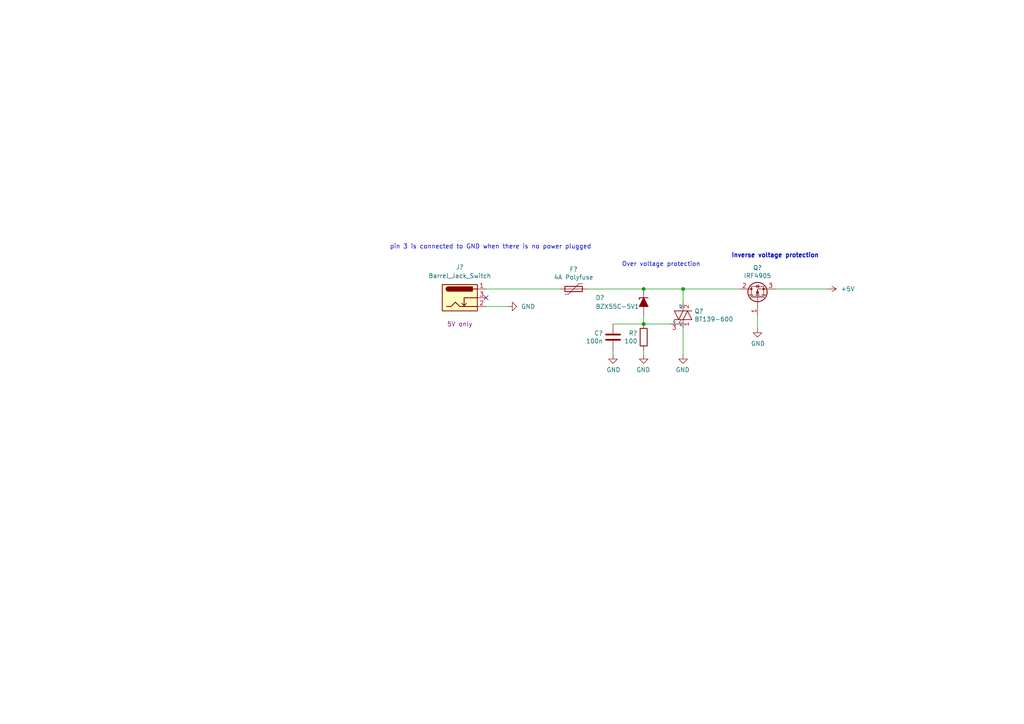
<source format=kicad_sch>
(kicad_sch (version 20231120) (generator "eeschema") (generator_version "8.0")
  (paper "A4")
  (lib_symbols
    (symbol "Connector:Barrel_Jack_Switch" (pin_names hide)
      (property "Reference" "J" (at 0 5.334 0))
      (property "Value" "Barrel_Jack_Switch" (at 0 -5.08 0))
      (symbol "Barrel_Jack_Switch_0_1"
        (rectangle (start -5.08 3.81) (end 5.08 -3.81) (stroke (width 0.254)) (fill (type background)))
        (arc (start -3.302 3.175) (mid -3.9342 2.54) (end -3.302 1.905) (stroke (width 0.254)))
        (arc (start -3.302 3.175) (mid -3.9342 2.54) (end -3.302 1.905) (stroke (width 0.254)) (fill (type outline)))
        (polyline (pts (xy 1.27 -2.286) (xy 1.905 -1.651)) (stroke (width 0.254)))
        (polyline (pts (xy 5.08 2.54) (xy 3.81 2.54)) (stroke (width 0.254)))
        (polyline (pts (xy 5.08 0) (xy 1.27 0) (xy 1.27 -2.286) (xy 0.635 -1.651)) (stroke (width 0.254)))
        (polyline (pts (xy -3.81 -2.54) (xy -2.54 -2.54) (xy -1.27 -1.27) (xy 0 -2.54) (xy 2.54 -2.54) (xy 5.08 -2.54)) (stroke (width 0.254)))
        (rectangle (start 3.683 3.175) (end -3.302 1.905) (stroke (width 0.254)) (fill (type outline)))
      )
      (symbol "Barrel_Jack_Switch_1_1"
        (pin passive line (at 7.62 2.54 180) (length 2.54) (name "~") (number "1"))
        (pin passive line (at 7.62 -2.54 180) (length 2.54) (name "~") (number "2"))
        (pin passive line (at 7.62 0 180) (length 2.54) (name "~") (number "3"))
      )
    )
    (symbol "Device:C" (pin_numbers hide) (pin_names (offset 0.254))
      (property "Reference" "C" (at 0.635 2.54 0))
      (property "Value" "C" (at 0.635 -2.54 0))
      (symbol "C_0_1"
        (polyline (pts (xy -2.032 -0.762) (xy 2.032 -0.762)) (stroke (width 0.508)))
        (polyline (pts (xy -2.032 0.762) (xy 2.032 0.762)) (stroke (width 0.508)))
      )
      (symbol "C_1_1"
        (pin passive line (at 0 3.81 270) (length 2.794) (name "~") (number "1"))
        (pin passive line (at 0 -3.81 90) (length 2.794) (name "~") (number "2"))
      )
    )
    (symbol "Device:D_Zener_Filled" (pin_numbers hide) (pin_names (offset 1.016) hide)
      (property "Reference" "D" (at 0 2.54 0))
      (property "Value" "D_Zener_Filled" (at 0 -2.54 0))
      (symbol "D_Zener_Filled_0_1"
        (polyline (pts (xy 1.27 0) (xy -1.27 0)))
        (polyline (pts (xy -1.27 -1.27) (xy -1.27 1.27) (xy -0.762 1.27)) (stroke (width 0.254)))
        (polyline (pts (xy 1.27 -1.27) (xy 1.27 1.27) (xy -1.27 0) (xy 1.27 -1.27)) (stroke (width 0.254)) (fill (type outline)))
      )
      (symbol "D_Zener_Filled_1_1"
        (pin passive line (at -3.81 0 0) (length 2.54) (name "K") (number "1"))
        (pin passive line (at 3.81 0 180) (length 2.54) (name "A") (number "2"))
      )
    )
    (symbol "Device:Polyfuse" (pin_numbers hide) (pin_names (offset 0))
      (property "Reference" "F" (at -2.54 0 90))
      (property "Value" "Polyfuse" (at 2.54 0 90))
      (symbol "Polyfuse_0_1"
        (rectangle (start -0.762 2.54) (end 0.762 -2.54) (stroke (width 0.254)))
        (polyline (pts (xy 0 2.54) (xy 0 -2.54)))
        (polyline (pts (xy -1.524 2.54) (xy -1.524 1.524) (xy 1.524 -1.524) (xy 1.524 -2.54)))
      )
      (symbol "Polyfuse_1_1"
        (pin passive line (at 0 3.81 270) (length 1.27) (name "~") (number "1"))
        (pin passive line (at 0 -3.81 90) (length 1.27) (name "~") (number "2"))
      )
    )
    (symbol "Device:Q_PMOS_GDS" (pin_names (offset 0) hide)
      (property "Reference" "Q" (at 5.08 1.27 0))
      (property "Value" "Q_PMOS_GDS" (at 5.08 -1.27 0))
      (symbol "Q_PMOS_GDS_0_1"
        (polyline (pts (xy 0.254 0) (xy -2.54 0)))
        (polyline (pts (xy 0.254 1.905) (xy 0.254 -1.905)) (stroke (width 0.254)))
        (polyline (pts (xy 0.762 -1.27) (xy 0.762 -2.286)) (stroke (width 0.254)))
        (polyline (pts (xy 0.762 0.508) (xy 0.762 -0.508)) (stroke (width 0.254)))
        (polyline (pts (xy 0.762 2.286) (xy 0.762 1.27)) (stroke (width 0.254)))
        (polyline (pts (xy 2.54 2.54) (xy 2.54 1.778)))
        (polyline (pts (xy 2.54 -2.54) (xy 2.54 0) (xy 0.762 0)))
        (polyline (pts (xy 0.762 1.778) (xy 3.302 1.778) (xy 3.302 -1.778) (xy 0.762 -1.778)))
        (polyline (pts (xy 2.286 0) (xy 1.27 0.381) (xy 1.27 -0.381) (xy 2.286 0)) (fill (type outline)))
        (polyline (pts (xy 2.794 -0.508) (xy 2.921 -0.381) (xy 3.683 -0.381) (xy 3.81 -0.254)))
        (polyline (pts (xy 3.302 -0.381) (xy 2.921 0.254) (xy 3.683 0.254) (xy 3.302 -0.381)))
        (circle (center 1.651 0) (radius 2.794) (stroke (width 0.254)))
        (circle (center 2.54 -1.778) (radius 0.254) (fill (type outline)))
        (circle (center 2.54 1.778) (radius 0.254) (fill (type outline)))
      )
      (symbol "Q_PMOS_GDS_1_1"
        (pin input line (at -5.08 0 0) (length 2.54) (name "G") (number "1"))
        (pin passive line (at 2.54 5.08 270) (length 2.54) (name "D") (number "2"))
        (pin passive line (at 2.54 -5.08 90) (length 2.54) (name "S") (number "3"))
      )
    )
    (symbol "Device:R" (pin_numbers hide) (pin_names (offset 0))
      (property "Reference" "R" (at 2.032 0 90))
      (property "Value" "R" (at 0 0 90))
      (symbol "R_0_1"
        (rectangle (start -1.016 -2.54) (end 1.016 2.54) (stroke (width 0.254)))
      )
      (symbol "R_1_1"
        (pin passive line (at 0 3.81 270) (length 1.27) (name "~") (number "1"))
        (pin passive line (at 0 -3.81 90) (length 1.27) (name "~") (number "2"))
      )
    )
    (symbol "Triac_Thyristor:BT136-600" (pin_names (offset 0))
      (property "Reference" "Q" (at 5.08 1.905 0))
      (property "Value" "BT136-600" (at 5.08 0 0))
      (symbol "BT136-600_0_1"
        (polyline (pts (xy -2.54 -1.27) (xy 2.54 -1.27)) (stroke (width 0.2032)))
        (polyline (pts (xy -2.54 1.27) (xy 2.54 1.27)) (stroke (width 0.2032)))
        (polyline (pts (xy -1.27 -2.54) (xy -0.635 -1.27)))
        (polyline (pts (xy -2.54 1.27) (xy -1.27 -1.27) (xy 0 1.27)) (stroke (width 0.2032)))
        (polyline (pts (xy 0 -1.27) (xy 1.27 1.27) (xy 2.54 -1.27)) (stroke (width 0.2032)))
      )
      (symbol "BT136-600_1_1"
        (pin passive line (at 0 -3.81 90) (length 2.54) (name "A1") (number "1"))
        (pin passive line (at 0 3.81 270) (length 2.54) (name "A2") (number "2"))
        (pin input line (at -3.81 -2.54 0) (length 2.54) (name "G") (number "3"))
      )
    )
    (symbol "power:+5V" (power) (pin_names (offset 0))
      (property "Value" "+5V" (at 0 3.556 0))
      (symbol "+5V_0_1"
        (polyline (pts (xy -0.762 1.27) (xy 0 2.54)))
        (polyline (pts (xy 0 0) (xy 0 2.54)))
        (polyline (pts (xy 0 2.54) (xy 0.762 1.27)))
      )
      (symbol "+5V_1_1"
        (pin power_in line (at 0 0 90) (length 0) hide (name "+5V") (number "1"))
      )
    )
    (symbol "power:GND" (power) (pin_names (offset 0))
      (property "Value" "GND" (at 0 -3.81 0))
      (symbol "GND_0_1"
        (polyline (pts (xy 0 0) (xy 0 -1.27) (xy 1.27 -1.27) (xy 0 -2.54) (xy -1.27 -1.27) (xy 0 -1.27)))
      )
      (symbol "GND_1_1"
        (pin power_in line (at 0 0 270) (length 0) hide (name "GND") (number "1"))
      )
    )
  )
  (junction (at 198.12 83.82))
  (junction (at 186.69 93.98))
  (junction (at 186.69 83.82))
  (no_connect (at 140.97 86.36))
  (wire (pts (xy 219.71 91.44) (xy 219.71 95.25)))
  (wire (pts (xy 177.8 102.87) (xy 177.8 101.6)))
  (wire (pts (xy 186.69 91.44) (xy 186.69 93.98)))
  (wire (pts (xy 198.12 87.63) (xy 198.12 83.82)))
  (wire (pts (xy 224.79 83.82) (xy 240.03 83.82)))
  (wire (pts (xy 170.18 83.82) (xy 186.69 83.82)))
  (wire (pts (xy 186.69 102.87) (xy 186.69 101.6)))
  (wire (pts (xy 186.69 83.82) (xy 198.12 83.82)))
  (wire (pts (xy 162.56 83.82) (xy 140.97 83.82)))
  (wire (pts (xy 198.12 102.87) (xy 198.12 95.25)))
  (wire (pts (xy 140.97 88.9) (xy 147.32 88.9)))
  (wire (pts (xy 194.31 93.98) (xy 186.69 93.98)))
  (wire (pts (xy 177.8 93.98) (xy 186.69 93.98)))
  (wire (pts (xy 198.12 83.82) (xy 214.63 83.82)))
  (text "Inverse voltage protection" (at 212.09 74.93 0) (effects (font (size 1.27 1.27) (thickness 0.254) (bold yes)) (justify left bottom)))
  (text "pin 3 is connected to GND when there is no power plugged" (at 113.03 72.39 0) (effects (font (size 1.27 1.27)) (justify left bottom)))
  (text "Over voltage protection" (at 180.34 77.47 0) (effects (font (size 1.27 1.27)) (justify left bottom)))
  (symbol (lib_id "Device:Q_PMOS_GDS") (at 219.71 86.36 90) (unit 1)
    (property "Reference" "Q?" (at 219.71 77.6732 90))
    (property "Value" "IRF4905" (at 219.71 79.9846 90))
    (property "Footprint" "Package_TO_SOT_THT:TO-220-3_Vertical" (effects (hide yes)))
    (instances (project "" (path "" (reference "Q?") (unit 1))) (project "" (path "" (reference "Q2") (unit 1))))
  )
  (symbol (lib_id "power:+5V") (at 240.03 83.82 270) (unit 1)
    (property "Reference" "#PWR?" (effects (hide yes)))
    (property "Value" "+5V" (at 243.84 83.8199 90) (effects (justify left)))
    (instances (project "" (path "" (reference "#PWR?") (unit 1))) (project "" (path "" (reference "#PWR031") (unit 1))))
  )
  (symbol (lib_id "power:GND") (at 186.69 102.87 0) (mirror y) (unit 1)
    (property "Reference" "#PWR?" (effects (hide yes)))
    (property "Value" "GND" (at 186.563 107.2642 0))
    (instances (project "" (path "" (reference "#PWR?") (unit 1))) (project "" (path "" (reference "#PWR028") (unit 1))))
  )
  (symbol (lib_id "Connector:Barrel_Jack_Switch") (at 133.35 86.36 0) (unit 1)
    (property "Reference" "J?" (at 133.35 77.47 0))
    (property "Value" "Barrel_Jack_Switch" (at 133.35 80.01 0))
    (property "Footprint" "Connector_BarrelJack:BarrelJack_Horizontal" (effects (hide yes)))
    (property "Vomment" "5V only" (at 133.35 93.98 0))
    (instances (project "" (path "" (reference "J?") (unit 1))) (project "" (path "" (reference "J6") (unit 1))))
  )
  (symbol (lib_id "Device:D_Zener_Filled") (at 186.69 87.63 90) (mirror x) (unit 1)
    (property "Reference" "D?" (at 172.72 86.36 90) (effects (justify right)))
    (property "Value" "BZX55C-5V1" (at 172.72 88.9 90) (effects (justify right)))
    (property "Footprint" "For_Rasterboard:D_DO-35_SOD27_P2.54mm_Vertical_KathodeUp" (effects (hide yes)))
    (instances (project "" (path "" (reference "D?") (unit 1))) (project "" (path "" (reference "D1") (unit 1))))
  )
  (symbol (lib_id "power:GND") (at 219.71 95.25 0) (unit 1)
    (property "Reference" "#PWR?" (effects (hide yes)))
    (property "Value" "GND" (at 219.837 99.6442 0))
    (instances (project "" (path "" (reference "#PWR?") (unit 1))) (project "" (path "" (reference "#PWR030") (unit 1))))
  )
  (symbol (lib_id "Triac_Thyristor:BT136-600") (at 198.12 91.44 0) (unit 1)
    (property "Reference" "Q?" (at 201.3966 90.2716 0) (effects (justify left)))
    (property "Value" "BT139-600" (at 201.3966 92.583 0) (effects (justify left)))
    (property "Footprint" "Package_TO_SOT_THT:TO-220-3_Vertical" (effects (hide yes)))
    (property "Datasheet" "http://www.micropik.com/PDF/BT136-600.pdf" (effects (hide yes)))
    (instances (project "" (path "" (reference "Q?") (unit 1))) (project "" (path "" (reference "Q1") (unit 1))))
  )
  (symbol (lib_id "Device:Polyfuse") (at 166.37 83.82 270) (unit 1)
    (property "Reference" "F?" (at 166.37 78.105 90))
    (property "Value" "4A Polyfuse" (at 166.37 80.4164 90))
    (property "Footprint" "For_Rasterboard:C_Disc_D3.0mm_W1.6mm_P5.00mm" (effects (hide yes)))
    (property "Distributor" "Orbit" (effects (hide yes)))
    (instances (project "" (path "" (reference "F?") (unit 1))) (project "" (path "" (reference "F1") (unit 1))))
  )
  (symbol (lib_id "power:GND") (at 198.12 102.87 0) (mirror y) (unit 1)
    (property "Reference" "#PWR?" (effects (hide yes)))
    (property "Value" "GND" (at 197.993 107.2642 0))
    (instances (project "" (path "" (reference "#PWR?") (unit 1))) (project "" (path "" (reference "#PWR029") (unit 1))))
  )
  (symbol (lib_id "Device:R") (at 186.69 97.79 0) (mirror y) (unit 1)
    (property "Reference" "R?" (at 184.912 96.6216 0) (effects (justify left)))
    (property "Value" "100" (at 184.912 98.933 0) (effects (justify left)))
    (property "Footprint" "For_Rasterboard:R_Axial_DIN0207_L6.3mm_D2.5mm_P10.16mm_Horizontal" (effects (hide yes)))
    (instances (project "" (path "" (reference "R?") (unit 1))) (project "" (path "" (reference "R20") (unit 1))))
  )
  (symbol (lib_id "Device:C") (at 177.8 97.79 0) (mirror x) (unit 1)
    (property "Reference" "C?" (at 174.9044 96.6216 0) (effects (justify right)))
    (property "Value" "100n" (at 174.9044 98.933 0) (effects (justify right)))
    (property "Footprint" "For_Rasterboard:C_Disc_D3.0mm_W1.6mm_P5.00mm" (effects (hide yes)))
    (instances (project "" (path "" (reference "C?") (unit 1))) (project "" (path "" (reference "C1") (unit 1))))
  )
  (symbol (lib_id "power:GND") (at 147.32 88.9 90) (unit 1)
    (property "Reference" "#PWR?" (effects (hide yes)))
    (property "Value" "GND" (at 151.13 88.8999 90) (effects (justify right)))
    (instances (project "" (path "" (reference "#PWR?") (unit 1))) (project "" (path "" (reference "#PWR026") (unit 1))))
  )
  (symbol (lib_id "power:GND") (at 177.8 102.87 0) (unit 1)
    (property "Reference" "#PWR?" (effects (hide yes)))
    (property "Value" "GND" (at 177.927 107.2642 0))
    (instances (project "" (path "" (reference "#PWR?") (unit 1))) (project "" (path "" (reference "#PWR027") (unit 1))))
  )
)
</source>
